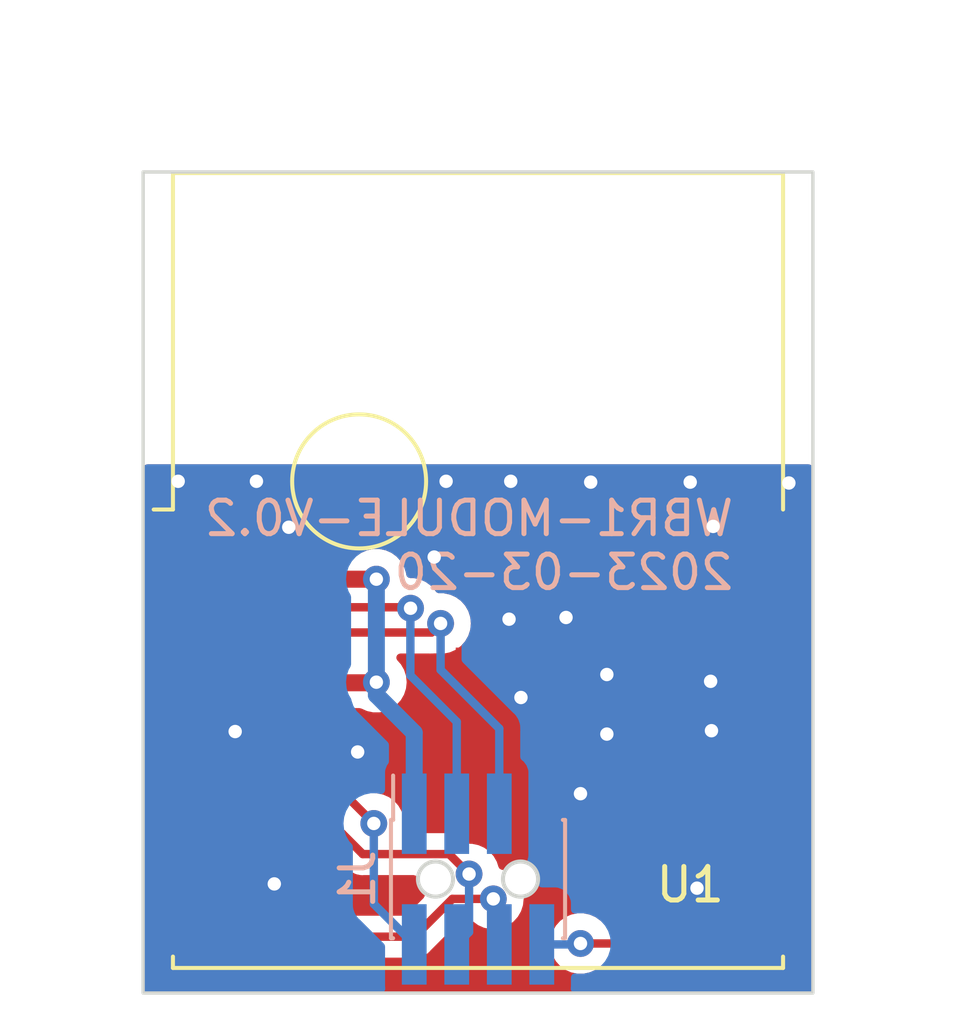
<source format=kicad_pcb>
(kicad_pcb (version 20221018) (generator pcbnew)
  (title_block (title "WBR1-MODULE") (date "2024-01-18") (rev "V0.2") (company "Ovobot") (comment 1 "WBR1-MODULE副板，V0.2，20x24.5x1.0mm ，FR4，2层，绿油白字，无铅喷锡"))
  (layers (0 "F.Cu" signal) (31 "B.Cu" signal) (34 "B.Paste" user) (35 "F.Paste" user) (36 "B.SilkS" user "B.Silkscreen") (37 "F.SilkS" user "F.Silkscreen") (38 "B.Mask" user) (39 "F.Mask" user) (44 "Edge.Cuts" user))
  (net 0 "")
  (net 1 "+3V3")
  (net 2 "Net-(J1-Pin_3)")
  (net 3 "Net-(J1-Pin_5)")
  (net 4 "GND")
  (net 11 "/A_2")
  (net 12 "/A_3")
  (net 13 "/A_4")
  (net 14 "/A_11")
  (footprint "Ovo_RF_Module:Tuya_WBR1" (layer "F.Cu") (at 150 96.743)
    (fp_text reference "U1" (at 6.337 4.5268 unlocked) (layer "F.SilkS"))
    (fp_text value "WBR1")
    (fp_line (start -9.11 -16.71) (end -9.11 -6.67) (stroke (width 0.12)) (layer "F.SilkS"))
    (fp_line (start -9.11 -6.67) (end -9.685 -6.67) (stroke (width 0.12)) (layer "F.SilkS"))
    (fp_line (start -9.11 7.01) (end -9.11 6.67) (stroke (width 0.12)) (layer "F.SilkS"))
    (fp_line (start -9.11 7.01) (end 9.11 7.01) (stroke (width 0.12)) (layer "F.SilkS"))
    (fp_line (start 9.11 -16.71) (end -9.11 -16.71) (stroke (width 0.12)) (layer "F.SilkS"))
    (fp_line (start 9.11 -6.67) (end 9.11 -16.71) (stroke (width 0.12)) (layer "F.SilkS"))
    (fp_line (start 9.11 7.01) (end 9.11 6.67) (stroke (width 0.12)) (layer "F.SilkS"))
    (fp_circle (center -3.55 -7.51) (end -1.55 -7.51) (stroke (width 0.12)) (fill none) (layer "F.SilkS"))
    (pad "1" smd rect (at -8.775 -6) (size 1.6 0.9) (layers "F.Cu" "F.Paste" "F.Mask") (net 1 "+3V3"))
    (pad "2" smd rect (at -8.775 -4.5) (size 1.6 0.9) (layers "F.Cu" "F.Paste" "F.Mask") (net 2 "Net-(J1-Pin_3)"))
    (pad "3" smd rect (at -8.775 -3) (size 1.6 0.9) (layers "F.Cu" "F.Paste" "F.Mask") (net 3 "Net-(J1-Pin_5)"))
    (pad "4" smd rect (at -8.775 -1.5) (size 1.6 0.9) (layers "F.Cu" "F.Paste" "F.Mask") (net 1 "+3V3"))
    (pad "5" smd rect (at -8.775 0) (size 1.6 0.9) (layers "F.Cu" "F.Paste" "F.Mask") (net 4 "GND"))
    (pad "6" smd rect (at -8.775 1.5) (size 1.6 0.9) (layers "F.Cu" "F.Paste" "F.Mask") (net 11 "/A_2"))
    (pad "7" smd rect (at -8.775 3) (size 1.6 0.9) (layers "F.Cu" "F.Paste" "F.Mask") (net 12 "/A_3"))
    (pad "8" smd rect (at -8.775 4.5) (size 1.6 0.9) (layers "F.Cu" "F.Paste" "F.Mask"))
    (pad "9" smd rect (at -8.775 6) (size 1.6 0.9) (layers "F.Cu" "F.Paste" "F.Mask") (net 13 "/A_4"))
    (pad "10" smd rect (at 8.775 6) (size 1.6 0.9) (layers "F.Cu" "F.Paste" "F.Mask") (net 14 "/A_11"))
    (pad "11" smd rect (at 8.775 4.5) (size 1.6 0.9) (layers "F.Cu" "F.Paste" "F.Mask"))
    (pad "12" smd rect (at 8.775 3) (size 1.6 0.9) (layers "F.Cu" "F.Paste" "F.Mask"))
    (pad "13" smd rect (at 8.775 1.5) (size 1.6 0.9) (layers "F.Cu" "F.Paste" "F.Mask"))
    (pad "14" smd rect (at 8.775 0) (size 1.6 0.9) (layers "F.Cu" "F.Paste" "F.Mask") (net 4 "GND"))
    (pad "15" smd rect (at 8.775 -1.5) (size 1.6 0.9) (layers "F.Cu" "F.Paste" "F.Mask") (net 4 "GND"))
    (pad "16" smd rect (at 8.775 -3) (size 1.6 0.9) (layers "F.Cu" "F.Paste" "F.Mask"))
    (pad "17" smd rect (at 8.775 -4.5) (size 1.6 0.9) (layers "F.Cu" "F.Paste" "F.Mask"))
    (pad "18" smd rect (at 8.775 -6) (size 1.6 0.9) (layers "F.Cu" "F.Paste" "F.Mask") (net 4 "GND"))
    (pad "19" smd rect (at 1.1 -0.81) (size 3.53 3.48) (layers "F.Cu" "F.Paste" "F.Mask") (net 4 "GND"))
    (zone (net 0) (net_name "") (layers "*.Cu") (connect_pads (clearance 0)) (min_thickness 0.254)
      (keepout (tracks not_allowed) (vias not_allowed) (pads not_allowed) (copperpour not_allowed) (footprints not_allowed))
      (fill (thermal_gap 0.508) (thermal_bridge_width 0.508))
      (polygon (pts (xy 163.9954 85.9988) (xy 136.0046 86.1512) (xy 136.0046 75.153) (xy 163.9954 75.153)))
    )
  )
  (footprint "Ovo_Connector_PinHeader:PinHeader_2x04_P1.27mm_Vertical_SMD" (layer "B.Cu") (at 150 101.1 -90)
    (fp_text reference "J1" (at 0 3.6 90) (layer "B.SilkS") (effects (justify mirror)))
    (fp_text value "1.27MM/2X4SMT")
    (fp_line (start -3.09 2.535) (end -1.765 2.535) (stroke (width 0.12)) (layer "B.SilkS"))
    (fp_line (start -1.765 -2.6) (end 1.765 -2.6) (stroke (width 0.12)) (layer "B.SilkS"))
    (fp_line (start -1.765 -2.535) (end -1.765 -2.6) (stroke (width 0.12)) (layer "B.SilkS"))
    (fp_line (start -1.765 2.6) (end -1.765 2.535) (stroke (width 0.12)) (layer "B.SilkS"))
    (fp_line (start -1.765 2.6) (end 1.765 2.6) (stroke (width 0.12)) (layer "B.SilkS"))
    (fp_line (start 1.765 -2.535) (end 1.765 -2.6) (stroke (width 0.12)) (layer "B.SilkS"))
    (fp_line (start 1.765 2.6) (end 1.765 2.535) (stroke (width 0.12)) (layer "B.SilkS"))
    (fp_circle (center 0 -1.27) (end 0.525 -1.27) (stroke (width 0.12)) (fill none) (layer "Edge.Cuts"))
    (fp_circle (center 0 1.27) (end 0.525 1.27) (stroke (width 0.12)) (fill none) (layer "Edge.Cuts"))
    (pad "1" smd rect (at -1.95 1.905 270) (size 2.4 0.74) (layers "B.Cu" "B.Paste" "B.Mask") (net 1 "+3V3"))
    (pad "2" smd rect (at 1.95 1.905 270) (size 2.4 0.74) (layers "B.Cu" "B.Paste" "B.Mask") (net 11 "/A_2"))
    (pad "3" smd rect (at -1.95 0.635 270) (size 2.4 0.74) (layers "B.Cu" "B.Paste" "B.Mask") (net 2 "Net-(J1-Pin_3)"))
    (pad "4" smd rect (at 1.95 0.635 270) (size 2.4 0.74) (layers "B.Cu" "B.Paste" "B.Mask") (net 12 "/A_3"))
    (pad "5" smd rect (at -1.95 -0.635 270) (size 2.4 0.74) (layers "B.Cu" "B.Paste" "B.Mask") (net 3 "Net-(J1-Pin_5)"))
    (pad "6" smd rect (at 1.95 -0.635 270) (size 2.4 0.74) (layers "B.Cu" "B.Paste" "B.Mask") (net 13 "/A_4"))
    (pad "7" smd rect (at -1.95 -1.905 270) (size 2.4 0.74) (layers "B.Cu" "B.Paste" "B.Mask") (net 4 "GND"))
    (pad "8" smd rect (at 1.95 -1.905 270) (size 2.4 0.74) (layers "B.Cu" "B.Paste" "B.Mask") (net 14 "/A_11"))
  )
  (gr_rect (start 140 80) (end 160 104.5) (stroke (width 0.1)) (fill none) (layer "Edge.Cuts"))
  (gr_text "WBR1-MODULE-V0.2\n2023-03-20" (at 157.7086 92.5322) (layer "B.SilkS") (effects (font (size 1 1)) (justify left bottom mirror)))
  (segment (start 143.6116 92.1512) (end 142.2034 90.743) (width 0.508) (layer "F.Cu") (net 1))
  (segment (start 146.9644 95.2246) (end 146.946 95.243) (width 0.508) (layer "F.Cu") (net 1))
  (segment (start 146.9644 92.1512) (end 143.6116 92.1512) (width 0.508) (layer "F.Cu") (net 1))
  (segment (start 146.946 95.243) (end 141.225 95.243) (width 0.508) (layer "F.Cu") (net 1))
  (segment (start 142.2034 90.743) (end 141.225 90.743) (width 0.508) (layer "F.Cu") (net 1))
  (via (at 146.9644 95.2246) (size 0.8) (drill 0.4) (layers "F.Cu" "B.Cu") (net 1))
  (via (at 146.9644 92.1512) (size 0.8) (drill 0.4) (layers "F.Cu" "B.Cu") (net 1))
  (segment (start 146.9644 95.2246) (end 146.9644 92.1512) (width 0.508) (layer "B.Cu") (net 1))
  (segment (start 146.9644 95.2246) (end 146.9644 95.6056) (width 0.508) (layer "B.Cu") (net 1))
  (segment (start 148.095 96.7362) (end 148.095 99.15) (width 0.508) (layer "B.Cu") (net 1))
  (segment (start 146.9644 95.6056) (end 148.095 96.7362) (width 0.508) (layer "B.Cu") (net 1))
  (segment (start 143.2052 92.9894) (end 147.956348 92.9894) (width 0.25) (layer "F.Cu") (net 2))
  (segment (start 142.4588 92.243) (end 143.2052 92.9894) (width 0.25) (layer "F.Cu") (net 2))
  (segment (start 147.956348 92.9894) (end 147.985448 93.0185) (width 0.25) (layer "F.Cu") (net 2))
  (segment (start 141.225 92.243) (end 142.4588 92.243) (width 0.25) (layer "F.Cu") (net 2))
  (via (at 147.985448 93.0185) (size 0.8) (drill 0.4) (layers "F.Cu" "B.Cu") (net 2))
  (segment (start 149.365 96.406) (end 149.365 99.15) (width 0.25) (layer "B.Cu") (net 2))
  (segment (start 147.9804 93.023548) (end 147.9804 95.0214) (width 0.25) (layer "B.Cu") (net 2))
  (segment (start 147.9804 95.0214) (end 149.365 96.406) (width 0.25) (layer "B.Cu") (net 2))
  (segment (start 147.985448 93.0185) (end 147.9804 93.023548) (width 0.25) (layer "B.Cu") (net 2))
  (segment (start 148.6117 93.743) (end 141.225 93.743) (width 0.25) (layer "F.Cu") (net 3))
  (segment (start 148.8827 93.472) (end 148.6117 93.743) (width 0.25) (layer "F.Cu") (net 3))
  (via (at 148.8827 93.472) (size 0.8) (drill 0.4) (layers "F.Cu" "B.Cu") (net 3))
  (segment (start 148.8827 94.8569) (end 150.635 96.6092) (width 0.25) (layer "B.Cu") (net 3))
  (segment (start 148.8827 94.8569) (end 148.8827 93.472) (width 0.25) (layer "B.Cu") (net 3))
  (segment (start 150.635 96.6092) (end 150.635 99.15) (width 0.25) (layer "B.Cu") (net 3))
  (via (at 156.972 96.6724) (size 0.8) (drill 0.4) (layers "F.Cu" "B.Cu") (net 4))
  (via (at 150.9776 89.2302) (size 0.8) (drill 0.4) (layers "F.Cu" "B.Cu") (net 4))
  (via (at 151.2824 95.6818) (size 0.8) (drill 0.4) (layers "F.Cu" "B.Cu") (net 4))
  (via (at 159.2834 89.281) (size 0.8) (drill 0.4) (layers "F.Cu" "B.Cu") (net 4))
  (via (at 144.3482 90.6018) (size 0.8) (drill 0.4) (layers "F.Cu" "B.Cu") (net 4))
  (via (at 143.383 89.2302) (size 0.8) (drill 0.4) (layers "F.Cu" "B.Cu") (net 4))
  (via (at 142.748 96.6978) (size 0.8) (drill 0.4) (layers "F.Cu" "B.Cu") (net 4))
  (via (at 149.0472 89.2302) (size 0.8) (drill 0.4) (layers "F.Cu" "B.Cu") (net 4))
  (via (at 153.8478 96.774) (size 0.8) (drill 0.4) (layers "F.Cu" "B.Cu") (net 4))
  (via (at 156.9466 95.1992) (size 0.8) (drill 0.4) (layers "F.Cu" "B.Cu") (net 4))
  (via (at 152.6286 93.2942) (size 0.8) (drill 0.4) (layers "F.Cu" "B.Cu") (net 4))
  (via (at 153.3652 89.2556) (size 0.8) (drill 0.4) (layers "F.Cu" "B.Cu") (net 4))
  (via (at 153.8478 94.996) (size 0.8) (drill 0.4) (layers "F.Cu" "B.Cu") (net 4))
  (via (at 157.0228 90.5764) (size 0.8) (drill 0.4) (layers "F.Cu" "B.Cu") (net 4))
  (via (at 148.6916 91.4908) (size 0.8) (drill 0.4) (layers "F.Cu" "B.Cu") (net 4))
  (via (at 146.4056 97.3074) (size 0.8) (drill 0.4) (layers "F.Cu" "B.Cu") (net 4))
  (via (at 156.5402 101.3714) (size 0.8) (drill 0.4) (layers "F.Cu" "B.Cu") (net 4))
  (via (at 143.9164 101.2444) (size 0.8) (drill 0.4) (layers "F.Cu" "B.Cu") (net 4))
  (via (at 153.0604 98.552) (size 0.8) (drill 0.4) (layers "F.Cu" "B.Cu") (net 4))
  (via (at 150.9268 93.345) (size 0.8) (drill 0.4) (layers "F.Cu" "B.Cu") (net 4))
  (via (at 156.337 89.2556) (size 0.8) (drill 0.4) (layers "F.Cu" "B.Cu") (net 4))
  (via (at 141.0462 89.2302) (size 0.8) (drill 0.4) (layers "F.Cu" "B.Cu") (net 4))
  (segment (start 146.8882 99.441) (end 145.6902 98.243) (width 0.25) (layer "F.Cu") (net 11))
  (segment (start 145.6902 98.243) (end 141.225 98.243) (width 0.25) (layer "F.Cu") (net 11))
  (via (at 146.8882 99.441) (size 0.8) (drill 0.4) (layers "F.Cu" "B.Cu") (net 11))
  (segment (start 146.8882 101.8432) (end 148.095 103.05) (width 0.25) (layer "B.Cu") (net 11))
  (segment (start 146.8882 99.441) (end 146.8882 101.8432) (width 0.25) (layer "B.Cu") (net 11))
  (segment (start 141.225 99.743) (end 145.9456 99.743) (width 0.25) (layer "F.Cu") (net 12))
  (segment (start 149.138898 100.3554) (end 146.558 100.3554) (width 0.25) (layer "F.Cu") (net 12))
  (segment (start 145.9456 99.743) (end 146.558 100.3554) (width 0.25) (layer "F.Cu") (net 12))
  (segment (start 149.733 100.949502) (end 149.138898 100.3554) (width 0.25) (layer "F.Cu") (net 12))
  (via (at 149.733 100.949502) (size 0.8) (drill 0.4) (layers "F.Cu" "B.Cu") (net 12))
  (segment (start 149.365 103.05) (end 149.733 102.682) (width 0.25) (layer "B.Cu") (net 12))
  (segment (start 149.733 102.682) (end 149.733 100.949502) (width 0.25) (layer "B.Cu") (net 12))
  (segment (start 148.1074 102.8192) (end 141.3012 102.8192) (width 0.25) (layer "F.Cu") (net 13))
  (segment (start 150.4575 101.691296) (end 149.235304 101.691296) (width 0.25) (layer "F.Cu") (net 13))
  (segment (start 141.3012 102.8192) (end 141.225 102.743) (width 0.25) (layer "F.Cu") (net 13))
  (segment (start 149.235304 101.691296) (end 148.1074 102.8192) (width 0.25) (layer "F.Cu") (net 13))
  (via (at 150.4575 101.691296) (size 0.8) (drill 0.4) (layers "F.Cu" "B.Cu") (net 13))
  (segment (start 150.635 101.868796) (end 150.635 103.05) (width 0.25) (layer "B.Cu") (net 13))
  (segment (start 150.4575 101.691296) (end 150.635 101.868796) (width 0.25) (layer "B.Cu") (net 13))
  (segment (start 153.0604 103.0224) (end 158.4956 103.0224) (width 0.25) (layer "F.Cu") (net 14))
  (segment (start 158.4956 103.0224) (end 158.775 102.743) (width 0.25) (layer "F.Cu") (net 14))
  (via (at 153.0604 103.0224) (size 0.8) (drill 0.4) (layers "F.Cu" "B.Cu") (net 14))
  (segment (start 153.0604 103.0224) (end 153.0328 103.05) (width 0.25) (layer "B.Cu") (net 14))
  (segment (start 153.0328 103.05) (end 151.905 103.05) (width 0.25) (layer "B.Cu") (net 14))
  (zone (net 4) (net_name "GND") (layers "F&B.Cu") (connect_pads yes (clearance 0.5)) (min_thickness 0.25) (fill yes (thermal_gap 0.5) (thermal_bridge_width 0.5))
    (polygon (pts (xy 140.0048 104.4956) (xy 159.9946 104.4956) (xy 159.9946 88.7222) (xy 140.0048 88.7222)))
  )
)
</source>
